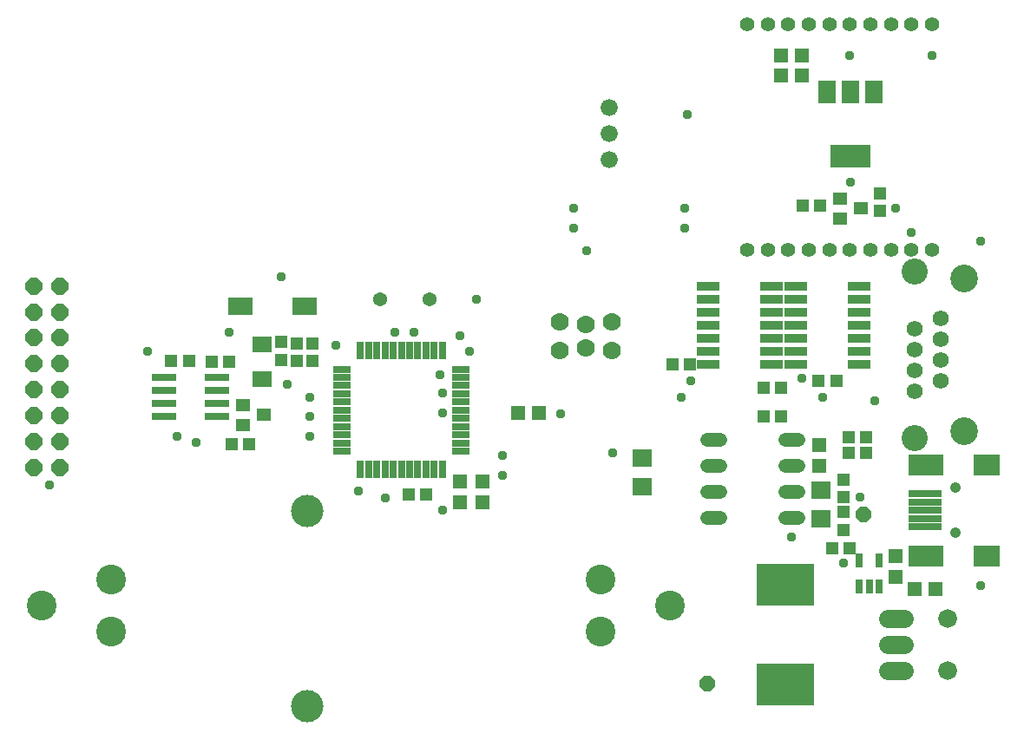
<source format=gts>
G75*
G70*
%OFA0B0*%
%FSLAX24Y24*%
%IPPOS*%
%LPD*%
%AMOC8*
5,1,8,0,0,1.08239X$1,22.5*
%
%ADD10R,0.0651X0.0257*%
%ADD11R,0.0257X0.0651*%
%ADD12C,0.0540*%
%ADD13R,0.1044X0.0847*%
%ADD14R,0.1359X0.0847*%
%ADD15R,0.1280X0.0257*%
%ADD16C,0.0414*%
%ADD17R,0.0454X0.0493*%
%ADD18R,0.0277X0.0532*%
%ADD19C,0.0700*%
%ADD20R,0.0926X0.0296*%
%ADD21R,0.0473X0.0485*%
%ADD22R,0.0560X0.0454*%
%ADD23R,0.0493X0.0454*%
%ADD24R,0.0485X0.0473*%
%ADD25R,0.0769X0.0611*%
%ADD26R,0.0966X0.0690*%
%ADD27R,0.0572X0.0532*%
%ADD28R,0.0532X0.0572*%
%ADD29C,0.0560*%
%ADD30OC8,0.0651*%
%ADD31C,0.0660*%
%ADD32C,0.1140*%
%ADD33C,0.1241*%
%ADD34C,0.0710*%
%ADD35C,0.0720*%
%ADD36R,0.0769X0.0690*%
%ADD37R,0.0650X0.0850*%
%ADD38R,0.1560X0.0850*%
%ADD39C,0.0540*%
%ADD40R,0.2186X0.1635*%
%ADD41C,0.0620*%
%ADD42C,0.1005*%
%ADD43C,0.1064*%
%ADD44R,0.0860X0.0320*%
%ADD45OC8,0.0350*%
%ADD46OC8,0.0591*%
D10*
X014468Y014865D03*
X014468Y015180D03*
X014468Y015495D03*
X014468Y015810D03*
X014468Y016125D03*
X014468Y016440D03*
X014468Y016755D03*
X014468Y017070D03*
X014468Y017385D03*
X014468Y017700D03*
X014468Y018015D03*
X019035Y018015D03*
X019035Y017700D03*
X019035Y017385D03*
X019035Y017070D03*
X019035Y016755D03*
X019035Y016440D03*
X019035Y016125D03*
X019035Y015810D03*
X019035Y015495D03*
X019035Y015180D03*
X019035Y014865D03*
D11*
X018327Y014157D03*
X018012Y014157D03*
X017697Y014157D03*
X017382Y014157D03*
X017067Y014157D03*
X016752Y014157D03*
X016437Y014157D03*
X016122Y014157D03*
X015807Y014157D03*
X015492Y014157D03*
X015177Y014157D03*
X015177Y018724D03*
X015492Y018724D03*
X015807Y018724D03*
X016122Y018724D03*
X016437Y018724D03*
X016752Y018724D03*
X017067Y018724D03*
X017382Y018724D03*
X017697Y018724D03*
X018012Y018724D03*
X018327Y018724D03*
D12*
X017827Y020715D03*
X015927Y020715D03*
D13*
X039220Y014342D03*
X039220Y010838D03*
D14*
X036898Y010838D03*
X036898Y014342D03*
D15*
X036858Y013220D03*
X036858Y012905D03*
X036858Y012590D03*
X036858Y012275D03*
X036858Y011960D03*
D16*
X038039Y011724D03*
X038039Y013456D03*
D17*
X034611Y014790D03*
X034611Y015415D03*
X033942Y015415D03*
X033942Y014790D03*
X033971Y011118D03*
X033302Y011118D03*
X032834Y024315D03*
X032164Y024315D03*
X010911Y015128D03*
X010242Y015128D03*
X010146Y018312D03*
X009477Y018312D03*
D18*
X034350Y010674D03*
X035098Y010674D03*
X035098Y009651D03*
X034724Y009651D03*
X034350Y009651D03*
D19*
X024824Y018743D03*
X023824Y018843D03*
X022824Y018743D03*
X022824Y019843D03*
X023824Y019743D03*
X024824Y019843D03*
D20*
X009673Y017712D03*
X009673Y017212D03*
X009673Y016712D03*
X009673Y016212D03*
X007625Y016212D03*
X007625Y016712D03*
X007625Y017212D03*
X007625Y017712D03*
D21*
X007905Y018330D03*
X008593Y018330D03*
X017030Y013190D03*
X017718Y013190D03*
X027155Y018190D03*
X027843Y018190D03*
X032780Y017565D03*
X033468Y017565D03*
D22*
X033605Y023816D03*
X034393Y024190D03*
X033605Y024564D03*
X011470Y016253D03*
X010683Y016627D03*
X010683Y015879D03*
D23*
X012149Y018383D03*
X012149Y019053D03*
X030664Y017315D03*
X031334Y017315D03*
X031334Y016190D03*
X030664Y016190D03*
X033749Y013775D03*
X033749Y013106D03*
X035124Y024106D03*
X035124Y024775D03*
D24*
X033749Y012535D03*
X033749Y011846D03*
X013349Y018318D03*
X012724Y018318D03*
X012724Y019007D03*
X013349Y019007D03*
D25*
X011412Y018975D03*
X011412Y017636D03*
D26*
X010553Y020429D03*
X013033Y020429D03*
D27*
X018999Y013715D03*
X019874Y013715D03*
X019874Y012915D03*
X018999Y012915D03*
X032799Y014290D03*
X032799Y015090D03*
X035749Y010840D03*
X035749Y010040D03*
D28*
X036474Y009565D03*
X037274Y009565D03*
X022028Y016346D03*
X021228Y016346D03*
X031349Y029315D03*
X031349Y030065D03*
X032149Y030065D03*
X032149Y029315D03*
D29*
X032405Y031264D03*
X033192Y031264D03*
X033979Y031264D03*
X034767Y031264D03*
X035554Y031264D03*
X036342Y031264D03*
X037129Y031264D03*
X031617Y031264D03*
X030830Y031264D03*
X030042Y031264D03*
X030042Y022603D03*
X030830Y022603D03*
X031617Y022603D03*
X032405Y022603D03*
X033192Y022603D03*
X033979Y022603D03*
X034767Y022603D03*
X035554Y022603D03*
X036342Y022603D03*
X037129Y022603D03*
D30*
X003624Y021190D03*
X002624Y021190D03*
X002624Y020190D03*
X003624Y020190D03*
X003649Y019240D03*
X002649Y019240D03*
X002649Y018240D03*
X003649Y018240D03*
X003649Y017240D03*
X002649Y017240D03*
X002649Y016240D03*
X003649Y016240D03*
X003649Y015240D03*
X002649Y015240D03*
X002649Y014240D03*
X003649Y014240D03*
D31*
X024749Y026065D03*
X024749Y027065D03*
X024749Y028065D03*
D32*
X005597Y007936D03*
X005597Y009936D03*
X002941Y008936D03*
X024401Y007944D03*
X024401Y009944D03*
X027057Y008944D03*
D33*
X013124Y012565D03*
X013124Y005065D03*
D34*
X035424Y006440D02*
X036074Y006440D01*
X036074Y007440D02*
X035424Y007440D01*
X035424Y008440D02*
X036074Y008440D01*
D35*
X037749Y008440D03*
X037749Y006440D03*
D36*
X032874Y012264D03*
X032874Y013366D03*
X025999Y013514D03*
X025999Y014616D03*
D37*
X033089Y028680D03*
X033989Y028680D03*
X034889Y028680D03*
D38*
X033999Y026200D03*
D39*
X031989Y015315D02*
X031509Y015315D01*
X031509Y014315D02*
X031989Y014315D01*
X031989Y013315D02*
X031509Y013315D01*
X031509Y012315D02*
X031989Y012315D01*
X028989Y012315D02*
X028509Y012315D01*
X028509Y013315D02*
X028989Y013315D01*
X028989Y014315D02*
X028509Y014315D01*
X028509Y015315D02*
X028989Y015315D01*
D40*
X031499Y009744D03*
X031499Y005886D03*
D41*
X036468Y017160D03*
X037468Y017561D03*
X036468Y017963D03*
X036468Y018766D03*
X036468Y019569D03*
X037468Y019168D03*
X037468Y018364D03*
X037468Y019971D03*
D42*
X036468Y021764D03*
X036468Y015366D03*
D43*
X038374Y015636D03*
X038374Y021494D03*
D44*
X034334Y021190D03*
X034334Y020690D03*
X034334Y020190D03*
X034334Y019690D03*
X034334Y019190D03*
X034334Y018690D03*
X034334Y018190D03*
X031914Y018190D03*
X031914Y018690D03*
X031914Y019190D03*
X031914Y019690D03*
X031914Y020190D03*
X031914Y020690D03*
X031914Y021190D03*
X030959Y021190D03*
X030959Y020690D03*
X030959Y020190D03*
X030959Y019690D03*
X030959Y019190D03*
X030959Y018690D03*
X030959Y018190D03*
X028539Y018190D03*
X028539Y018690D03*
X028539Y019190D03*
X028539Y019690D03*
X028539Y020190D03*
X028539Y020690D03*
X028539Y021190D03*
D45*
X027624Y023440D03*
X027624Y024190D03*
X023874Y022565D03*
X023374Y023440D03*
X023374Y024190D03*
X019624Y020690D03*
X018999Y019315D03*
X019374Y018690D03*
X018249Y017815D03*
X018349Y017090D03*
X018349Y016340D03*
X020624Y014690D03*
X020624Y013940D03*
X018349Y012590D03*
X016124Y013065D03*
X015099Y013340D03*
X013249Y015440D03*
X013249Y016190D03*
X013249Y016940D03*
X012374Y017440D03*
X014249Y018940D03*
X016499Y019440D03*
X017249Y019440D03*
X012124Y021565D03*
X010124Y019440D03*
X006999Y018690D03*
X008124Y015440D03*
X008874Y015190D03*
X003244Y013574D03*
X022874Y016315D03*
X024874Y014815D03*
X027499Y016940D03*
X027874Y017565D03*
X032124Y017665D03*
X032949Y016940D03*
X034924Y016815D03*
X034374Y013115D03*
X031749Y011565D03*
X033749Y010565D03*
X038999Y009690D03*
X038999Y022940D03*
X036342Y023283D03*
X035749Y024190D03*
X033999Y025190D03*
X027749Y027815D03*
X033974Y030065D03*
X037124Y030065D03*
D46*
X034499Y012440D03*
X028499Y005940D03*
M02*

</source>
